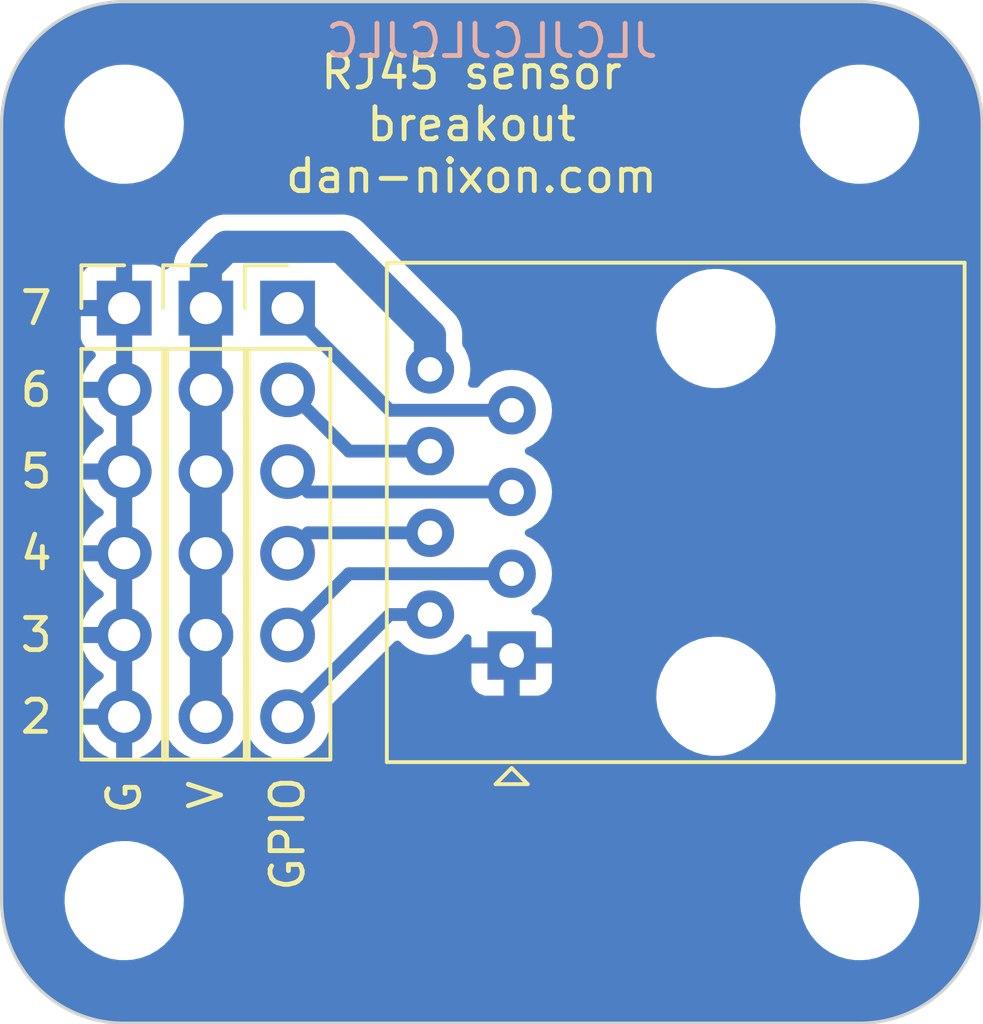
<source format=kicad_pcb>
(kicad_pcb (version 20221018) (generator pcbnew)
  (layers (0 "F.Cu" signal) (31 "B.Cu" signal) (34 "B.Paste" user) (35 "F.Paste" user) (36 "B.SilkS" user "B.Silkscreen") (37 "F.SilkS" user "F.Silkscreen") (38 "B.Mask" user) (39 "F.Mask" user) (44 "Edge.Cuts" user))
  (net 0 "")
  (net 1 "GND")
  (net 2 "VBUS")
  (net 3 "/P2")
  (net 4 "/P3")
  (net 5 "/P4")
  (net 6 "/P5")
  (net 7 "/P6")
  (net 8 "/P7")
  (footprint "Connector_PinHeader_2.54mm:PinHeader_1x06_P2.54mm_Vertical" (layer "F.Cu") (at 92.075 68.58)
    (fp_text reference "J2" hide)
    (fp_text value "G" (at 0 14.605 90) (layer "F.SilkS") (effects (justify right)))
    (fp_line (start -1.33 -1.33) (end 0 -1.33) (stroke (width 0.12)) (layer "F.SilkS"))
    (fp_line (start -1.33 0) (end -1.33 -1.33) (stroke (width 0.12)) (layer "F.SilkS"))
    (fp_line (start -1.33 1.27) (end -1.33 14.03) (stroke (width 0.12)) (layer "F.SilkS"))
    (fp_line (start -1.33 1.27) (end 1.33 1.27) (stroke (width 0.12)) (layer "F.SilkS"))
    (fp_line (start -1.33 14.03) (end 1.33 14.03) (stroke (width 0.12)) (layer "F.SilkS"))
    (fp_line (start 1.33 1.27) (end 1.33 14.03) (stroke (width 0.12)) (layer "F.SilkS"))
    (pad "1" thru_hole rect (at 0 0) (size 1.7 1.7) (drill 1) (layers "*.Cu" "*.Mask") (net 1 "GND"))
    (pad "2" thru_hole oval (at 0 2.54) (size 1.7 1.7) (drill 1) (layers "*.Cu" "*.Mask") (net 1 "GND"))
    (pad "3" thru_hole oval (at 0 5.08) (size 1.7 1.7) (drill 1) (layers "*.Cu" "*.Mask") (net 1 "GND"))
    (pad "4" thru_hole oval (at 0 7.62) (size 1.7 1.7) (drill 1) (layers "*.Cu" "*.Mask") (net 1 "GND"))
    (pad "5" thru_hole oval (at 0 10.16) (size 1.7 1.7) (drill 1) (layers "*.Cu" "*.Mask") (net 1 "GND"))
    (pad "6" thru_hole oval (at 0 12.7) (size 1.7 1.7) (drill 1) (layers "*.Cu" "*.Mask") (net 1 "GND"))
  )
  (footprint "Connector_PinHeader_2.54mm:PinHeader_1x06_P2.54mm_Vertical" (layer "F.Cu") (at 97.155 68.58)
    (fp_text reference "J4" hide)
    (fp_text value "GPIO" (at 0 14.478 90) (layer "F.SilkS") (effects (justify right)))
    (fp_line (start -1.33 -1.33) (end 0 -1.33) (stroke (width 0.12)) (layer "F.SilkS"))
    (fp_line (start -1.33 0) (end -1.33 -1.33) (stroke (width 0.12)) (layer "F.SilkS"))
    (fp_line (start -1.33 1.27) (end -1.33 14.03) (stroke (width 0.12)) (layer "F.SilkS"))
    (fp_line (start -1.33 1.27) (end 1.33 1.27) (stroke (width 0.12)) (layer "F.SilkS"))
    (fp_line (start -1.33 14.03) (end 1.33 14.03) (stroke (width 0.12)) (layer "F.SilkS"))
    (fp_line (start 1.33 1.27) (end 1.33 14.03) (stroke (width 0.12)) (layer "F.SilkS"))
    (pad "1" thru_hole rect (at 0 0) (size 1.7 1.7) (drill 1) (layers "*.Cu" "*.Mask") (net 8 "/P7"))
    (pad "2" thru_hole oval (at 0 2.54) (size 1.7 1.7) (drill 1) (layers "*.Cu" "*.Mask") (net 7 "/P6"))
    (pad "3" thru_hole oval (at 0 5.08) (size 1.7 1.7) (drill 1) (layers "*.Cu" "*.Mask") (net 6 "/P5"))
    (pad "4" thru_hole oval (at 0 7.62) (size 1.7 1.7) (drill 1) (layers "*.Cu" "*.Mask") (net 5 "/P4"))
    (pad "5" thru_hole oval (at 0 10.16) (size 1.7 1.7) (drill 1) (layers "*.Cu" "*.Mask") (net 4 "/P3"))
    (pad "6" thru_hole oval (at 0 12.7) (size 1.7 1.7) (drill 1) (layers "*.Cu" "*.Mask") (net 3 "/P2"))
  )
  (footprint "Connector_PinHeader_2.54mm:PinHeader_1x06_P2.54mm_Vertical" (layer "F.Cu") (at 94.615 68.58)
    (fp_text reference "J3" hide)
    (fp_text value "V" (at 0 14.605 90) (layer "F.SilkS") (effects (justify right)))
    (fp_line (start -1.33 -1.33) (end 0 -1.33) (stroke (width 0.12)) (layer "F.SilkS"))
    (fp_line (start -1.33 0) (end -1.33 -1.33) (stroke (width 0.12)) (layer "F.SilkS"))
    (fp_line (start -1.33 1.27) (end -1.33 14.03) (stroke (width 0.12)) (layer "F.SilkS"))
    (fp_line (start -1.33 1.27) (end 1.33 1.27) (stroke (width 0.12)) (layer "F.SilkS"))
    (fp_line (start -1.33 14.03) (end 1.33 14.03) (stroke (width 0.12)) (layer "F.SilkS"))
    (fp_line (start 1.33 1.27) (end 1.33 14.03) (stroke (width 0.12)) (layer "F.SilkS"))
    (pad "1" thru_hole rect (at 0 0) (size 1.7 1.7) (drill 1) (layers "*.Cu" "*.Mask") (net 2 "VBUS"))
    (pad "2" thru_hole oval (at 0 2.54) (size 1.7 1.7) (drill 1) (layers "*.Cu" "*.Mask") (net 2 "VBUS"))
    (pad "3" thru_hole oval (at 0 5.08) (size 1.7 1.7) (drill 1) (layers "*.Cu" "*.Mask") (net 2 "VBUS"))
    (pad "4" thru_hole oval (at 0 7.62) (size 1.7 1.7) (drill 1) (layers "*.Cu" "*.Mask") (net 2 "VBUS"))
    (pad "5" thru_hole oval (at 0 10.16) (size 1.7 1.7) (drill 1) (layers "*.Cu" "*.Mask") (net 2 "VBUS"))
    (pad "6" thru_hole oval (at 0 12.7) (size 1.7 1.7) (drill 1) (layers "*.Cu" "*.Mask") (net 2 "VBUS"))
  )
  (footprint "MountingHole:MountingHole_3.2mm_M3" (layer "F.Cu") (at 92.075 62.865)
    (fp_text reference "H1" hide)
    (fp_text value "MountingHole" hide)
    (pad "" np_thru_hole circle (at 0 0) (size 3.2 3.2) (drill 3.2) (layers "*.Cu" "*.Mask"))
  )
  (footprint "Connector_RJ:RJ45_Amphenol_54602-x08_Horizontal" (layer "F.Cu") (at 104.12 79.375 90)
    (fp_text reference "J1" hide)
    (fp_text value "RJ45")
    (fp_line (start -4 -0.5) (end -4 0.5) (stroke (width 0.12)) (layer "F.SilkS"))
    (fp_line (start -4 0.5) (end -3.5 0) (stroke (width 0.12)) (layer "F.SilkS"))
    (fp_line (start -3.5 0) (end -4 -0.5) (stroke (width 0.12)) (layer "F.SilkS"))
    (fp_line (start -3.315 -3.88) (end -3.315 14.08) (stroke (width 0.12)) (layer "F.SilkS"))
    (fp_line (start -3.315 14.08) (end 12.205 14.08) (stroke (width 0.12)) (layer "F.SilkS"))
    (fp_line (start 12.205 -3.88) (end -3.315 -3.88) (stroke (width 0.12)) (layer "F.SilkS"))
    (fp_line (start 12.205 -3.88) (end 12.205 14.08) (stroke (width 0.12)) (layer "F.SilkS"))
    (pad "" np_thru_hole circle (at -1.27 6.35 90) (size 3.2 3.2) (drill 3.2) (layers "*.Cu" "*.Mask"))
    (pad "" np_thru_hole circle (at 10.16 6.35 90) (size 3.2 3.2) (drill 3.2) (layers "*.Cu" "*.Mask"))
    (pad "1" thru_hole rect (at 0 0 90) (size 1.5 1.5) (drill 0.76) (layers "*.Cu" "*.Mask") (net 1 "GND"))
    (pad "2" thru_hole circle (at 1.27 -2.54 90) (size 1.5 1.5) (drill 0.76) (layers "*.Cu" "*.Mask") (net 3 "/P2"))
    (pad "3" thru_hole circle (at 2.54 0 90) (size 1.5 1.5) (drill 0.76) (layers "*.Cu" "*.Mask") (net 4 "/P3"))
    (pad "4" thru_hole circle (at 3.81 -2.54 90) (size 1.5 1.5) (drill 0.76) (layers "*.Cu" "*.Mask") (net 5 "/P4"))
    (pad "5" thru_hole circle (at 5.08 0 90) (size 1.5 1.5) (drill 0.76) (layers "*.Cu" "*.Mask") (net 6 "/P5"))
    (pad "6" thru_hole circle (at 6.35 -2.54 90) (size 1.5 1.5) (drill 0.76) (layers "*.Cu" "*.Mask") (net 7 "/P6"))
    (pad "7" thru_hole circle (at 7.62 0 90) (size 1.5 1.5) (drill 0.76) (layers "*.Cu" "*.Mask") (net 8 "/P7"))
    (pad "8" thru_hole circle (at 8.89 -2.54 90) (size 1.5 1.5) (drill 0.76) (layers "*.Cu" "*.Mask") (net 2 "VBUS"))
  )
  (footprint "MountingHole:MountingHole_3.2mm_M3" (layer "F.Cu") (at 114.935 62.865)
    (fp_text reference "H2" hide)
    (fp_text value "MountingHole" hide)
    (pad "" np_thru_hole circle (at 0 0) (size 3.2 3.2) (drill 3.2) (layers "*.Cu" "*.Mask"))
  )
  (footprint "MountingHole:MountingHole_3.2mm_M3" (layer "F.Cu") (at 92.075 86.995)
    (fp_text reference "H3" hide)
    (fp_text value "MountingHole" hide)
    (pad "" np_thru_hole circle (at 0 0) (size 3.2 3.2) (drill 3.2) (layers "*.Cu" "*.Mask"))
  )
  (footprint "MountingHole:MountingHole_3.2mm_M3" (layer "F.Cu") (at 114.935 86.995)
    (fp_text reference "H4" hide)
    (fp_text value "MountingHole" hide)
    (pad "" np_thru_hole circle (at 0 0) (size 3.2 3.2) (drill 3.2) (layers "*.Cu" "*.Mask"))
  )
  (gr_arc (start 118.745 86.995) (mid 117.629077 89.689077) (end 114.935 90.805) (stroke (width 0.1)) (layer "Edge.Cuts"))
  (gr_line (start 118.745 86.995) (end 118.745 62.865) (stroke (width 0.1)) (layer "Edge.Cuts"))
  (gr_line (start 92.075 90.805) (end 114.935 90.805) (stroke (width 0.1)) (layer "Edge.Cuts"))
  (gr_arc (start 88.265 62.865) (mid 89.380923 60.170923) (end 92.075 59.055) (stroke (width 0.1)) (layer "Edge.Cuts"))
  (gr_line (start 114.935 59.055) (end 92.075 59.055) (stroke (width 0.1)) (layer "Edge.Cuts"))
  (gr_arc (start 92.075 90.805) (mid 89.380923 89.689077) (end 88.265 86.995) (stroke (width 0.1)) (layer "Edge.Cuts"))
  (gr_line (start 88.265 62.865) (end 88.265 86.995) (stroke (width 0.1)) (layer "Edge.Cuts"))
  (gr_arc (start 114.935 59.055) (mid 117.629077 60.170923) (end 118.745 62.865) (stroke (width 0.1)) (layer "Edge.Cuts"))
  (gr_text "JLCJLCJLCJLC" (at 103.505 59.69) (layer "B.SilkS") (effects (font (size 1 1)) (justify top mirror)))
  (gr_text "2" (at 89.916 81.28) (layer "F.SilkS") (effects (font (size 1 1)) (justify right)))
  (gr_text "6" (at 89.916 71.12) (layer "F.SilkS") (effects (font (size 1 1)) (justify right)))
  (gr_text "RJ45 sensor\nbreakout\ndan-nixon.com" (at 102.87 62.865) (layer "F.SilkS") (effects (font (size 1 1))))
  (gr_text "7" (at 89.916 68.58) (layer "F.SilkS") (effects (font (size 1 1)) (justify right)))
  (gr_text "4" (at 89.916 76.2) (layer "F.SilkS") (effects (font (size 1 1)) (justify right)))
  (gr_text "3" (at 89.916 78.74) (layer "F.SilkS") (effects (font (size 1 1)) (justify right)))
  (gr_text "5" (at 89.916 73.66) (layer "F.SilkS") (effects (font (size 1 1)) (justify right)))
  (segment (start 98.83066 66.675) (end 101.58 69.42434) (width 1) (layer "B.Cu") (net 2))
  (segment (start 94.615 67.31) (end 95.25 66.675) (width 1) (layer "B.Cu") (net 2))
  (segment (start 95.25 66.675) (end 98.83066 66.675) (width 1) (layer "B.Cu") (net 2))
  (segment (start 101.58 69.42434) (end 101.58 70.485) (width 1) (layer "B.Cu") (net 2))
  (segment (start 94.615 81.28) (end 94.615 68.58) (width 1) (layer "B.Cu") (net 2))
  (segment (start 94.615 68.58) (end 94.615 67.31) (width 1) (layer "B.Cu") (net 2))
  (segment (start 100.33 78.105) (end 97.155 81.28) (width 0.4) (layer "B.Cu") (net 3))
  (segment (start 101.58 78.105) (end 100.33 78.105) (width 0.4) (layer "B.Cu") (net 3))
  (segment (start 99.06 76.835) (end 97.155 78.74) (width 0.4) (layer "B.Cu") (net 4))
  (segment (start 104.12 76.835) (end 99.06 76.835) (width 0.4) (layer "B.Cu") (net 4))
  (segment (start 101.58 75.565) (end 97.79 75.565) (width 0.4) (layer "B.Cu") (net 5))
  (segment (start 97.79 75.565) (end 97.155 76.2) (width 0.4) (layer "B.Cu") (net 5))
  (segment (start 97.155 73.66) (end 97.79 74.295) (width 0.4) (layer "B.Cu") (net 6))
  (segment (start 97.79 74.295) (end 104.12 74.295) (width 0.4) (layer "B.Cu") (net 6))
  (segment (start 97.155 71.12) (end 99.06 73.025) (width 0.4) (layer "B.Cu") (net 7))
  (segment (start 99.06 73.025) (end 101.58 73.025) (width 0.4) (layer "B.Cu") (net 7))
  (segment (start 97.155 68.58) (end 100.33 71.755) (width 0.4) (layer "B.Cu") (net 8))
  (segment (start 100.33 71.755) (end 104.12 71.755) (width 0.4) (layer "B.Cu") (net 8))
  (zone (net 1) (net_name "GND") (layer "B.Cu") (connect_pads (clearance 0.5)) (min_thickness 0.25) (fill yes (thermal_gap 0.5) (thermal_bridge_width 0.5))
    (polygon (pts (xy 88.265 59.055) (xy 118.745 59.055) (xy 118.745 90.805) (xy 88.265 90.805)))
  )
)
</source>
